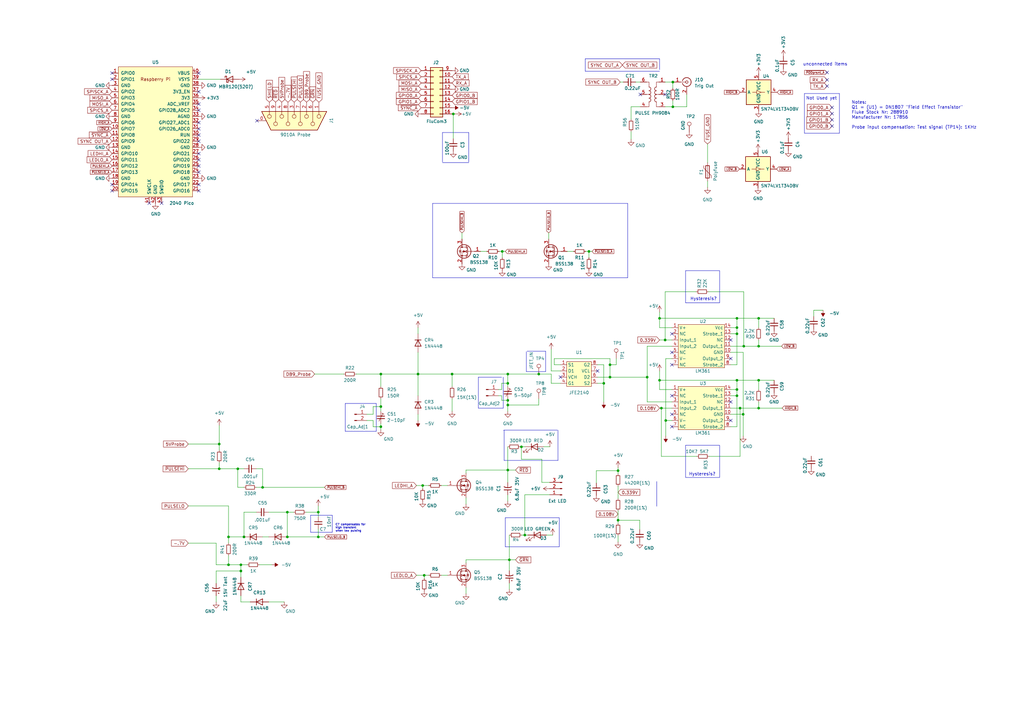
<source format=kicad_sch>
(kicad_sch (version 20231120) (generator "eeschema") (generator_version "8.0")
  (paper "A3")
  (title_block (title "FluCom Probe Addon Board Public V5") (date "2024-03-16") (rev "5.2") (company "Novintic") (comment 3 "mirko (NOVINTIC)"))
  (junction (at 302.26 136.906))
  (junction (at 205.994 103.124))
  (junction (at 213.868 183.261))
  (junction (at 241.554 103.124))
  (junction (at 208.28 166.116))
  (junction (at 208.28 192.786))
  (junction (at 89.916 192.278))
  (junction (at 98.806 234.188))
  (junction (at 270.51 130.556))
  (junction (at 173.355 199.136))
  (junction (at 275.971 43.815))
  (junction (at 247.65 157.226))
  (junction (at 271.272 167.386))
  (junction (at 302.26 134.366))
  (junction (at 185.42 153.416))
  (junction (at 250.19 154.686))
  (junction (at 302.26 162.306))
  (junction (at 303.53 167.386))
  (junction (at 185.928 46.736))
  (junction (at 302.26 130.556))
  (junction (at 304.8 169.926))
  (junction (at 220.98 153.416))
  (junction (at 208.28 164.211))
  (junction (at 208.28 157.226))
  (junction (at 130.556 210.058))
  (junction (at 98.806 231.648))
  (junction (at 311.15 141.986))
  (junction (at 311.15 130.556))
  (junction (at 93.726 231.648))
  (junction (at 250.19 149.606))
  (junction (at 273.05 172.466))
  (junction (at 171.45 153.416))
  (junction (at 156.21 153.416))
  (junction (at 265.43 154.686))
  (junction (at 272.796 139.446))
  (junction (at 208.28 153.416))
  (junction (at 311.15 155.956))
  (junction (at 215.265 219.456))
  (junction (at 302.26 159.766))
  (junction (at 97.536 192.278))
  (junction (at 100.076 220.218))
  (junction (at 253.492 213.36))
  (junction (at 305.054 141.986))
  (junction (at 253.492 193.04))
  (junction (at 208.915 229.616))
  (junction (at 156.21 166.751))
  (junction (at 302.26 155.956))
  (junction (at 270.51 155.956))
  (junction (at 311.15 167.386))
  (junction (at 173.99 235.966))
  (junction (at 156.21 175.006))
  (junction (at 275.971 33.655))
  (junction (at 107.696 199.898))
  (junction (at 117.856 220.218))
  (junction (at 93.726 220.218))
  (junction (at 130.556 220.218))
  (junction (at 89.916 182.118))
  (junction (at 117.856 210.058))
  (no_connect (at 81.534 62.992))
  (no_connect (at 341.249 51.689))
  (no_connect (at 341.249 49.149))
  (no_connect (at 341.249 44.069))
  (no_connect (at 341.249 46.609))
  (no_connect (at 275.59 144.526))
  (no_connect (at 275.59 169.926))
  (no_connect (at 81.534 65.532))
  (no_connect (at 339.217 35.306))
  (no_connect (at 339.217 32.766))
  (no_connect (at 275.59 175.006))
  (no_connect (at 81.534 45.212))
  (no_connect (at 339.217 29.718))
  (no_connect (at 45.974 78.232))
  (no_connect (at 81.534 70.612))
  (no_connect (at 81.534 75.692))
  (no_connect (at 245.11 152.146))
  (no_connect (at 229.87 154.686))
  (no_connect (at 105.41 49.53))
  (no_connect (at 275.59 162.306))
  (no_connect (at 275.59 136.906))
  (no_connect (at 299.72 139.446))
  (no_connect (at 81.534 50.292))
  (no_connect (at 299.72 172.466))
  (no_connect (at 81.534 29.972))
  (no_connect (at 81.534 42.672))
  (no_connect (at 81.534 37.592))
  (no_connect (at 81.534 52.832))
  (no_connect (at 81.534 68.072))
  (no_connect (at 81.534 55.372))
  (no_connect (at 61.214 83.312))
  (no_connect (at 66.294 83.312))
  (no_connect (at 45.974 75.692))
  (no_connect (at 81.534 57.912))
  (no_connect (at 81.534 78.232))
  (no_connect (at 275.59 149.606))
  (no_connect (at 299.72 164.846))
  (no_connect (at 45.974 29.972))
  (no_connect (at 45.974 32.512))
  (no_connect (at 272.796 38.735))
  (no_connect (at 262.636 38.735))
  (no_connect (at 299.72 147.066))
  (polyline (pts (xy 181.483 54.356) (xy 181.483 66.421)))
  (wire (pts (xy 311.15 139.446) (xy 311.15 141.986)))
  (wire (pts (xy 208.915 229.616) (xy 211.455 229.616)))
  (polyline (pts (xy 141.605 165.481) (xy 154.305 165.481)))
  (wire (pts (xy 156.21 166.751) (xy 156.21 168.656)))
  (wire (pts (xy 241.554 103.124) (xy 241.554 105.664)))
  (wire (pts (xy 299.72 136.906) (xy 302.26 136.906)))
  (wire (pts (xy 213.868 183.261) (xy 213.868 188.341)))
  (wire (pts (xy 244.602 193.04) (xy 253.492 193.04)))
  (wire (pts (xy 311.15 130.556) (xy 311.15 134.366)))
  (wire (pts (xy 93.726 220.218) (xy 93.726 222.758)))
  (wire (pts (xy 252.73 147.066) (xy 252.73 149.606)))
  (wire (pts (xy 253.492 191.77) (xy 253.492 193.04)))
  (wire (pts (xy 241.554 103.124) (xy 242.824 103.124)))
  (wire (pts (xy 107.696 220.218) (xy 110.236 220.218)))
  (polyline (pts (xy 216.154 144.018) (xy 223.774 144.018)))
  (wire (pts (xy 285.496 119.634) (xy 272.796 119.634)))
  (wire (pts (xy 285.75 187.198) (xy 271.272 187.198)))
  (wire (pts (xy 227.33 147.066) (xy 227.33 149.606)))
  (wire (pts (xy 232.664 103.124) (xy 235.204 103.124)))
  (wire (pts (xy 102.616 246.888) (xy 98.806 246.888)))
  (polyline (pts (xy 223.774 152.4) (xy 215.9 152.4)))
  (wire (pts (xy 208.28 192.786) (xy 211.455 192.786)))
  (wire (pts (xy 290.83 187.198) (xy 303.53 187.198)))
  (wire (pts (xy 225.044 95.504) (xy 225.044 98.044)))
  (wire (pts (xy 333.756 127.254) (xy 337.566 127.254)))
  (wire (pts (xy 171.45 153.416) (xy 171.45 162.306)))
  (wire (pts (xy 98.806 231.648) (xy 98.806 234.188)))
  (wire (pts (xy 191.135 192.786) (xy 208.28 192.786)))
  (wire (pts (xy 302.26 162.306) (xy 299.72 162.306)))
  (wire (pts (xy 260.731 33.655) (xy 262.636 33.655)))
  (wire (pts (xy 222.25 188.341) (xy 222.25 197.866)))
  (wire (pts (xy 244.602 193.04) (xy 244.602 198.12)))
  (polyline (pts (xy 177.419 83.439) (xy 257.429 83.439)))
  (wire (pts (xy 253.492 213.36) (xy 262.382 213.36)))
  (wire (pts (xy 93.726 227.838) (xy 93.726 231.648)))
  (wire (pts (xy 303.53 187.198) (xy 303.53 167.386)))
  (wire (pts (xy 98.806 246.888) (xy 98.806 244.348)))
  (wire (pts (xy 311.15 155.956) (xy 311.15 159.766)))
  (polyline (pts (xy 228.854 176.403) (xy 228.854 188.849)))
  (wire (pts (xy 185.928 46.736) (xy 186.69 46.736)))
  (wire (pts (xy 208.28 153.416) (xy 208.28 157.226)))
  (wire (pts (xy 153.035 169.926) (xy 153.035 166.751)))
  (wire (pts (xy 98.806 231.648) (xy 101.346 231.648)))
  (wire (pts (xy 270.51 167.386) (xy 271.272 167.386)))
  (wire (pts (xy 229.87 152.146) (xy 226.06 152.146)))
  (wire (pts (xy 208.28 166.116) (xy 208.28 168.656)))
  (polyline (pts (xy 229.362 212.344) (xy 207.264 212.344)))
  (wire (pts (xy 117.856 210.058) (xy 120.396 210.058)))
  (wire (pts (xy 250.19 147.066) (xy 250.19 149.606)))
  (wire (pts (xy 302.26 155.956) (xy 311.15 155.956)))
  (wire (pts (xy 290.576 119.634) (xy 305.054 119.634)))
  (wire (pts (xy 191.135 229.616) (xy 208.915 229.616)))
  (wire (pts (xy 311.15 141.986) (xy 320.548 141.986)))
  (wire (pts (xy 171.45 169.926) (xy 171.45 172.466)))
  (wire (pts (xy 222.25 197.866) (xy 225.425 197.866)))
  (polyline (pts (xy 344.297 54.61) (xy 329.946 54.61)))
  (wire (pts (xy 208.28 166.116) (xy 220.98 166.116)))
  (polyline (pts (xy 127.381 211.328) (xy 136.271 211.328)))
  (wire (pts (xy 189.484 95.504) (xy 189.484 98.044)))
  (wire (pts (xy 146.05 153.416) (xy 156.21 153.416)))
  (wire (pts (xy 304.8 144.526) (xy 304.8 169.926)))
  (wire (pts (xy 273.05 172.466) (xy 273.05 178.816)))
  (wire (pts (xy 245.11 154.686) (xy 250.19 154.686)))
  (wire (pts (xy 253.492 219.71) (xy 253.492 222.25)))
  (polyline (pts (xy 257.429 113.919) (xy 177.419 113.919)))
  (wire (pts (xy 130.556 210.058) (xy 130.556 207.518)))
  (wire (pts (xy 88.646 244.348) (xy 88.646 246.888)))
  (wire (pts (xy 311.15 155.956) (xy 317.5 155.956)))
  (wire (pts (xy 281.686 43.815) (xy 281.686 38.735)))
  (wire (pts (xy 240.284 103.124) (xy 241.554 103.124)))
  (polyline (pts (xy 127.381 211.328) (xy 127.381 218.313)))
  (wire (pts (xy 247.65 157.226) (xy 245.11 157.226)))
  (wire (pts (xy 208.28 153.416) (xy 220.98 153.416)))
  (wire (pts (xy 224.155 219.456) (xy 226.695 219.456)))
  (wire (pts (xy 89.916 189.738) (xy 89.916 192.278)))
  (wire (pts (xy 258.826 43.815) (xy 258.826 48.895)))
  (wire (pts (xy 265.43 164.846) (xy 275.59 164.846)))
  (wire (pts (xy 110.236 246.888) (xy 116.586 246.888)))
  (wire (pts (xy 100.076 199.898) (xy 97.536 199.898)))
  (wire (pts (xy 299.72 144.526) (xy 304.8 144.526)))
  (wire (pts (xy 93.726 207.518) (xy 93.726 220.218)))
  (wire (pts (xy 302.26 130.556) (xy 302.26 134.366)))
  (wire (pts (xy 205.74 164.211) (xy 208.28 164.211)))
  (wire (pts (xy 130.556 220.218) (xy 133.096 220.218)))
  (wire (pts (xy 270.51 155.956) (xy 302.26 155.956)))
  (wire (pts (xy 226.06 153.416) (xy 226.06 157.226)))
  (polyline (pts (xy 207.264 212.344) (xy 207.264 224.282)))
  (wire (pts (xy 205.74 159.766) (xy 205.74 157.226)))
  (wire (pts (xy 250.19 149.606) (xy 250.19 154.686)))
  (wire (pts (xy 272.796 33.655) (xy 275.971 33.655)))
  (wire (pts (xy 275.59 141.986) (xy 265.43 141.986)))
  (wire (pts (xy 185.42 46.736) (xy 185.928 46.736)))
  (polyline (pts (xy 196.215 154.686) (xy 196.215 167.386)))
  (wire (pts (xy 226.06 157.226) (xy 229.87 157.226)))
  (wire (pts (xy 299.72 141.986) (xy 305.054 141.986)))
  (wire (pts (xy 117.856 210.058) (xy 117.856 220.218)))
  (wire (pts (xy 185.42 153.416) (xy 185.42 158.496)))
  (wire (pts (xy 299.72 169.926) (xy 304.8 169.926)))
  (wire (pts (xy 213.36 183.261) (xy 213.868 183.261)))
  (wire (pts (xy 302.26 159.766) (xy 302.26 162.306)))
  (wire (pts (xy 170.815 199.136) (xy 173.355 199.136)))
  (wire (pts (xy 271.272 187.198) (xy 271.272 167.386)))
  (polyline (pts (xy 136.271 211.328) (xy 136.271 218.313)))
  (wire (pts (xy 265.43 154.686) (xy 265.43 164.846)))
  (wire (pts (xy 156.21 163.576) (xy 156.21 166.751)))
  (wire (pts (xy 265.43 141.986) (xy 265.43 154.686)))
  (polyline (pts (xy 154.305 176.911) (xy 141.605 176.911)))
  (wire (pts (xy 150.495 172.466) (xy 153.035 172.466)))
  (polyline (pts (xy 141.605 165.481) (xy 141.605 176.911)))
  (wire (pts (xy 303.53 167.386) (xy 311.15 167.386)))
  (polyline (pts (xy 192.278 54.356) (xy 192.278 66.421)))
  (wire (pts (xy 191.135 229.616) (xy 191.135 230.886)))
  (polyline (pts (xy 206.756 176.403) (xy 206.756 188.849)))
  (wire (pts (xy 204.47 159.766) (xy 205.74 159.766)))
  (wire (pts (xy 223.012 183.261) (xy 225.552 183.261)))
  (wire (pts (xy 88.646 234.188) (xy 88.646 239.268)))
  (polyline (pts (xy 215.9 144.272) (xy 215.9 152.4)))
  (polyline (pts (xy 329.946 38.354) (xy 344.297 38.354)))
  (wire (pts (xy 89.916 174.498) (xy 89.916 182.118)))
  (wire (pts (xy 130.556 210.058) (xy 130.556 211.963)))
  (wire (pts (xy 150.495 169.926) (xy 153.035 169.926)))
  (wire (pts (xy 272.796 43.815) (xy 275.971 43.815)))
  (wire (pts (xy 273.05 172.466) (xy 275.59 172.466)))
  (wire (pts (xy 129.032 153.416) (xy 140.97 153.416)))
  (polyline (pts (xy 206.756 188.849) (xy 228.854 188.849)))
  (wire (pts (xy 205.74 162.306) (xy 205.74 164.211)))
  (wire (pts (xy 208.915 219.456) (xy 208.915 229.616)))
  (wire (pts (xy 272.796 139.446) (xy 275.59 139.446)))
  (wire (pts (xy 275.59 147.066) (xy 273.05 147.066)))
  (polyline (pts (xy 240.03 29.21) (xy 270.51 29.21)))
  (wire (pts (xy 302.26 162.306) (xy 302.26 175.006)))
  (wire (pts (xy 107.696 192.278) (xy 107.696 199.898)))
  (wire (pts (xy 156.21 153.416) (xy 156.21 158.496)))
  (wire (pts (xy 153.035 166.751) (xy 156.21 166.751)))
  (wire (pts (xy 153.035 172.466) (xy 153.035 175.006)))
  (wire (pts (xy 302.26 130.556) (xy 311.15 130.556)))
  (wire (pts (xy 208.28 163.576) (xy 208.28 164.211)))
  (wire (pts (xy 302.26 149.606) (xy 302.26 136.906)))
  (wire (pts (xy 205.74 157.226) (xy 208.28 157.226)))
  (wire (pts (xy 227.33 149.606) (xy 229.87 149.606)))
  (wire (pts (xy 117.856 220.218) (xy 130.556 220.218)))
  (wire (pts (xy 208.915 239.141) (xy 208.915 241.681)))
  (wire (pts (xy 299.72 175.006) (xy 302.26 175.006)))
  (wire (pts (xy 247.65 157.226) (xy 247.65 164.846)))
  (wire (pts (xy 258.826 43.815) (xy 262.636 43.815)))
  (wire (pts (xy 253.492 213.36) (xy 253.492 214.63)))
  (wire (pts (xy 191.135 194.056) (xy 191.135 192.786)))
  (polyline (pts (xy 192.278 66.675) (xy 181.483 66.675)))
  (wire (pts (xy 226.06 143.256) (xy 226.06 152.146)))
  (wire (pts (xy 213.995 219.456) (xy 215.265 219.456)))
  (wire (pts (xy 270.51 152.146) (xy 270.51 155.956)))
  (wire (pts (xy 77.216 192.278) (xy 89.916 192.278)))
  (wire (pts (xy 213.868 183.261) (xy 215.392 183.261)))
  (polyline (pts (xy 223.774 144.018) (xy 223.774 152.4)))
  (wire (pts (xy 130.556 217.043) (xy 130.556 220.218)))
  (polyline (pts (xy 228.6 176.403) (xy 206.756 176.403)))
  (wire (pts (xy 208.915 229.616) (xy 208.915 234.061)))
  (wire (pts (xy 105.156 192.278) (xy 107.696 192.278)))
  (wire (pts (xy 205.994 103.124) (xy 207.264 103.124)))
  (polyline (pts (xy 206.375 154.686) (xy 206.375 167.386)))
  (wire (pts (xy 204.724 103.124) (xy 205.994 103.124)))
  (wire (pts (xy 93.726 231.648) (xy 98.806 231.648)))
  (wire (pts (xy 290.195 74.295) (xy 290.195 76.835)))
  (wire (pts (xy 208.28 183.261) (xy 208.28 192.786)))
  (wire (pts (xy 171.45 134.366) (xy 171.45 136.906)))
  (wire (pts (xy 105.156 210.058) (xy 100.076 210.058)))
  (wire (pts (xy 170.815 235.966) (xy 173.99 235.966)))
  (wire (pts (xy 270.51 139.446) (xy 272.796 139.446)))
  (wire (pts (xy 245.11 149.606) (xy 247.65 149.606)))
  (wire (pts (xy 215.265 202.946) (xy 215.265 219.456)))
  (wire (pts (xy 110.236 210.058) (xy 117.856 210.058)))
  (wire (pts (xy 98.806 234.188) (xy 88.646 234.188)))
  (wire (pts (xy 98.806 234.188) (xy 98.806 236.728)))
  (wire (pts (xy 156.21 153.416) (xy 171.45 153.416)))
  (wire (pts (xy 208.28 202.946) (xy 208.28 205.486)))
  (wire (pts (xy 197.104 103.124) (xy 199.644 103.124)))
  (wire (pts (xy 156.21 173.736) (xy 156.21 175.006)))
  (wire (pts (xy 270.51 159.766) (xy 275.59 159.766)))
  (polyline (pts (xy 136.271 218.313) (xy 127.381 218.313)))
  (wire (pts (xy 180.975 235.966) (xy 183.515 235.966)))
  (wire (pts (xy 173.355 199.136) (xy 173.355 200.406)))
  (wire (pts (xy 247.65 149.606) (xy 247.65 157.226)))
  (wire (pts (xy 185.928 46.736) (xy 185.928 56.896)))
  (wire (pts (xy 290.195 59.055) (xy 290.195 66.675)))
  (wire (pts (xy 180.975 199.136) (xy 183.515 199.136)))
  (wire (pts (xy 185.42 153.416) (xy 208.28 153.416)))
  (wire (pts (xy 272.796 119.634) (xy 272.796 139.446)))
  (wire (pts (xy 253.492 193.04) (xy 253.492 194.31)))
  (wire (pts (xy 205.994 103.124) (xy 205.994 105.664)))
  (wire (pts (xy 262.382 213.36) (xy 262.382 217.17)))
  (wire (pts (xy 213.868 188.341) (xy 222.25 188.341)))
  (wire (pts (xy 302.26 136.906) (xy 302.26 134.366)))
  (wire (pts (xy 253.492 209.55) (xy 253.492 213.36)))
  (wire (pts (xy 270.51 128.016) (xy 270.51 130.556)))
  (wire (pts (xy 270.51 130.556) (xy 302.26 130.556)))
  (polyline (pts (xy 344.297 38.354) (xy 344.297 54.61)))
  (wire (pts (xy 333.756 129.794) (xy 333.756 127.254)))
  (wire (pts (xy 299.72 167.386) (xy 303.53 167.386)))
  (wire (pts (xy 227.33 147.066) (xy 250.19 147.066)))
  (wire (pts (xy 270.51 130.556) (xy 270.51 134.366)))
  (wire (pts (xy 311.15 164.846) (xy 311.15 167.386)))
  (wire (pts (xy 208.28 192.786) (xy 208.28 197.866)))
  (wire (pts (xy 77.216 222.758) (xy 88.646 222.758)))
  (wire (pts (xy 275.971 43.815) (xy 281.686 43.815)))
  (wire (pts (xy 204.47 162.306) (xy 205.74 162.306)))
  (polyline (pts (xy 329.946 38.354) (xy 329.946 54.61)))
  (wire (pts (xy 88.646 231.648) (xy 93.726 231.648)))
  (wire (pts (xy 302.26 159.766) (xy 299.72 159.766)))
  (wire (pts (xy 275.971 33.655) (xy 275.971 36.195)))
  (wire (pts (xy 185.42 163.576) (xy 185.42 168.656)))
  (wire (pts (xy 253.492 199.39) (xy 253.492 204.47)))
  (wire (pts (xy 305.054 141.986) (xy 311.15 141.986)))
  (wire (pts (xy 302.26 155.956) (xy 302.26 159.766)))
  (wire (pts (xy 270.51 155.956) (xy 270.51 159.766)))
  (wire (pts (xy 191.135 241.046) (xy 191.135 243.459)))
  (wire (pts (xy 77.216 207.518) (xy 93.726 207.518)))
  (wire (pts (xy 77.216 182.118) (xy 89.916 182.118)))
  (wire (pts (xy 302.26 134.366) (xy 299.72 134.366)))
  (wire (pts (xy 107.696 199.898) (xy 133.096 199.898)))
  (wire (pts (xy 97.536 199.898) (xy 97.536 192.278)))
  (wire (pts (xy 89.916 182.118) (xy 89.916 184.658)))
  (polyline (pts (xy 270.51 24.13) (xy 240.03 24.13)))
  (wire (pts (xy 275.971 41.275) (xy 275.971 43.815)))
  (wire (pts (xy 265.43 154.686) (xy 250.19 154.686)))
  (wire (pts (xy 81.534 32.512) (xy 90.424 32.512)))
  (wire (pts (xy 100.076 210.058) (xy 100.076 220.218)))
  (wire (pts (xy 273.05 147.066) (xy 273.05 172.466)))
  (wire (pts (xy 173.99 235.966) (xy 175.895 235.966)))
  (wire (pts (xy 88.646 222.758) (xy 88.646 231.648)))
  (wire (pts (xy 250.19 149.606) (xy 252.73 149.606)))
  (wire (pts (xy 191.135 204.216) (xy 191.135 206.756)))
  (wire (pts (xy 156.21 175.006) (xy 156.21 176.276)))
  (polyline (pts (xy 177.419 83.439) (xy 177.419 113.919)))
  (wire (pts (xy 97.536 192.278) (xy 100.076 192.278)))
  (polyline (pts (xy 240.03 24.13) (xy 240.03 29.21)))
  (wire (pts (xy 299.72 149.606) (xy 302.26 149.606)))
  (wire (pts (xy 311.15 130.556) (xy 317.5 130.556)))
  (polyline (pts (xy 207.264 224.282) (xy 229.362 224.282)))
  (wire (pts (xy 173.99 235.966) (xy 173.99 237.236)))
  (wire (pts (xy 89.916 192.278) (xy 97.536 192.278)))
  (polyline (pts (xy 205.74 154.686) (xy 196.215 154.686)))
  (wire (pts (xy 173.355 199.136) (xy 175.895 199.136)))
  (wire (pts (xy 271.272 167.386) (xy 275.59 167.386)))
  (polyline (pts (xy 206.502 176.53) (xy 206.629 176.53)))
  (wire (pts (xy 225.425 202.946) (xy 215.265 202.946)))
  (wire (pts (xy 275.971 33.655) (xy 276.606 33.655)))
  (wire (pts (xy 215.265 219.456) (xy 216.535 219.456)))
  (wire (pts (xy 153.035 175.006) (xy 156.21 175.006)))
  (wire (pts (xy 258.826 53.975) (xy 258.826 57.15)))
  (polyline (pts (xy 229.362 212.344) (xy 229.362 224.282)))
  (wire (pts (xy 220.98 166.116) (xy 220.98 163.576)))
  (wire (pts (xy 311.15 167.386) (xy 320.802 167.386)))
  (wire (pts (xy 270.51 134.366) (xy 275.59 134.366)))
  (wire (pts (xy 220.98 153.416) (xy 226.06 153.416)))
  (wire (pts (xy 106.426 231.648) (xy 111.506 231.648)))
  (wire (pts (xy 171.45 153.416) (xy 185.42 153.416)))
  (wire (pts (xy 125.476 210.058) (xy 130.556 210.058)))
  (polyline (pts (xy 269.367 197.485) (xy 269.367 207.645)))
  (polyline (pts (xy 154.305 165.481) (xy 154.305 176.911)))
  (wire (pts (xy 171.45 144.526) (xy 171.45 153.416)))
  (wire (pts (xy 305.054 119.634) (xy 305.054 141.986)))
  (polyline (pts (xy 196.215 167.386) (xy 206.375 167.386)))
  (polyline (pts (xy 181.483 54.356) (xy 192.278 54.356)))
  (wire (pts (xy 304.8 169.926) (xy 304.8 178.816)))
  (polyline (pts (xy 257.429 83.439) (xy 257.429 113.919)))
  (polyline (pts (xy 270.51 28.575) (xy 270.51 24.13)))
  (wire (pts (xy 93.726 220.218) (xy 100.076 220.218)))
  (wire (pts (xy 208.28 157.226) (xy 208.28 158.496)))
  (wire (pts (xy 254.381 33.655) (xy 255.651 33.655)))
  (wire (pts (xy 208.28 164.211) (xy 208.28 166.116)))
  (wire (pts (xy 105.156 199.898) (xy 107.696 199.898)))
  (rectangle (start 281.178 110.998) (end 295.148 124.206))
  (rectangle (start 281.178 182.626) (end 295.148 195.834))
  (text "Hysteresis?" (at 288.544 122.682 0) (effects (font (size 1.27 1.27))))
  (text "C7 compensates for \nhigh transient \nwhen low pulsing" (at 137.541 218.313 0) (effects (font (size 0.8 0.8)) (justify left bottom)))
  (text "unconnected items" (at 329.311 27.178 0) (effects (font (size 1.27 1.27)) (justify left bottom)))
  (text "Hysteresis?" (at 288.036 194.564 0) (effects (font (size 1.27 1.27))))
  (text "Notes:\nQ1 = (U1) = DN1807 \"Field Effect Transistor\"\nFluke Stock Nr: 288910\nManufacturer Nr: 17856\n\nProbe input compensation: Test signal (TP14): 1KHz" (at 349.25 53.086 0) (effects (font (size 1.27 1.27)) (justify left bottom)))
  (text "Not Used yet" (at 330.581 41.148 0) (effects (font (size 1.27 1.27)) (justify left bottom)))
  (global_label "SHIELD" (shape input) (at 110.49 41.91 90) (property "Intersheetrefs" "${INTERSHEET_REFS}" (effects (hide yes))))
  (global_label "~{GRN}" (shape input) (at 211.455 229.616 0) (property "Intersheetrefs" "${INTERSHEET_REFS}" (effects (hide yes))))
  (global_label "~{HIGH_A}" (shape input) (at 45.974 50.292 180) (effects (font (size 0.889 0.889))) (property "Intersheetrefs" "${INTERSHEET_REFS}" (effects (hide yes))))
  (global_label "TX_A" (shape input) (at 339.217 35.306 180) (property "Intersheetrefs" "${INTERSHEET_REFS}" (effects (hide yes))))
  (global_label "DB9_Probe" (shape input) (at 125.73 41.91 90) (property "Intersheetrefs" "${INTERSHEET_REFS}" (effects (hide yes))))
  (global_label "SYNC OUT_B" (shape input) (at 255.27 26.67 0) (property "Intersheetrefs" "${INTERSHEET_REFS}" (effects (hide yes))))
  (global_label "PULSELO_B" (shape input) (at 225.044 95.504 90) (effects (font (size 0.889 0.889))) (property "Intersheetrefs" "${INTERSHEET_REFS}" (effects (hide yes))))
  (global_label "~{PULSEHI}" (shape input) (at 77.216 192.278 180) (property "Intersheetrefs" "${INTERSHEET_REFS}" (effects (hide yes))))
  (global_label "~{PULSEHI}" (shape input) (at 120.65 41.91 90) (property "Intersheetrefs" "${INTERSHEET_REFS}" (effects (hide yes))))
  (global_label "~{RED}" (shape input) (at 211.455 192.786 0) (property "Intersheetrefs" "${INTERSHEET_REFS}" (effects (hide yes))))
  (global_label "~{RED}" (shape input) (at 113.03 41.91 90) (property "Intersheetrefs" "${INTERSHEET_REFS}" (effects (hide yes))))
  (global_label "~{HIGH_B}" (shape input) (at 320.802 167.386 0) (effects (font (size 0.889 0.889))) (property "Intersheetrefs" "${INTERSHEET_REFS}" (effects (hide yes))))
  (global_label "0.108V" (shape input) (at 253.492 210.82 180) (property "Intersheetrefs" "${INTERSHEET_REFS}" (effects (hide yes))))
  (global_label "DB9_Probe" (shape input) (at 129.032 153.416 180) (property "Intersheetrefs" "${INTERSHEET_REFS}" (effects (hide yes))))
  (global_label "MOSI_A" (shape input) (at 172.72 34.036 180) (property "Intersheetrefs" "${INTERSHEET_REFS}" (effects (hide yes))))
  (global_label "GPIO1_B" (shape input) (at 185.42 41.656 0) (property "Intersheetrefs" "${INTERSHEET_REFS}" (effects (hide yes))))
  (global_label "5VProbe" (shape input) (at 77.216 182.118 180) (property "Intersheetrefs" "${INTERSHEET_REFS}" (effects (hide yes))))
  (global_label "~{LOW_B}" (shape input) (at 320.548 141.986 0) (effects (font (size 0.889 0.889))) (property "Intersheetrefs" "${INTERSHEET_REFS}" (effects (hide yes))))
  (global_label "~{HIGH_B}" (shape input) (at 303.53 37.846 180) (effects (font (size 0.889 0.889))) (property "Intersheetrefs" "${INTERSHEET_REFS}" (effects (hide yes))))
  (global_label "~{SYNC_A}" (shape input) (at 45.974 55.372 180) (property "Intersheetrefs" "${INTERSHEET_REFS}" (effects (hide yes))))
  (global_label "LEDHI_A" (shape input) (at 45.974 62.992 180) (property "Intersheetrefs" "${INTERSHEET_REFS}" (effects (hide yes))))
  (global_label "GPIO0_A" (shape input) (at 172.72 39.116 180) (property "Intersheetrefs" "${INTERSHEET_REFS}" (effects (hide yes))))
  (global_label "SPISCK_A" (shape input) (at 172.72 28.956 180) (property "Intersheetrefs" "${INTERSHEET_REFS}" (effects (hide yes))))
  (global_label "GPIO0_B" (shape input) (at 341.249 51.689 180) (property "Intersheetrefs" "${INTERSHEET_REFS}" (effects (hide yes))))
  (global_label "~{GRN}" (shape input) (at 128.27 41.91 90) (property "Intersheetrefs" "${INTERSHEET_REFS}" (effects (hide yes))))
  (global_label "SPICS_A" (shape input) (at 45.974 45.212 180) (property "Intersheetrefs" "${INTERSHEET_REFS}" (effects (hide yes))))
  (global_label "FUSE_GND" (shape input) (at 290.195 59.055 90) (property "Intersheetrefs" "${INTERSHEET_REFS}" (effects (hide yes))))
  (global_label "~{PODprsnt_A}" (shape input) (at 339.217 29.718 180) (effects (font (size 0.889 0.889))) (property "Intersheetrefs" "${INTERSHEET_REFS}" (effects (hide yes))))
  (global_label "LEDLO_A" (shape input) (at 170.815 235.966 180) (property "Intersheetrefs" "${INTERSHEET_REFS}" (effects (hide yes))))
  (global_label "SYNC OUT_B" (shape input) (at 254.381 33.655 180) (property "Intersheetrefs" "${INTERSHEET_REFS}" (effects (hide yes))))
  (global_label "MOSI_A" (shape input) (at 45.974 42.672 180) (property "Intersheetrefs" "${INTERSHEET_REFS}" (effects (hide yes))))
  (global_label "~{LOW_A}" (shape input) (at 45.974 52.832 180) (effects (font (size 0.889 0.889))) (property "Intersheetrefs" "${INTERSHEET_REFS}" (effects (hide yes))))
  (global_label "LEDLO_A" (shape input) (at 45.974 65.532 180) (property "Intersheetrefs" "${INTERSHEET_REFS}" (effects (hide yes))))
  (global_label "GPIO1_A" (shape input) (at 341.249 46.609 180) (property "Intersheetrefs" "${INTERSHEET_REFS}" (effects (hide yes))))
  (global_label "RX_A" (shape input) (at 339.217 32.766 180) (property "Intersheetrefs" "${INTERSHEET_REFS}" (effects (hide yes))))
  (global_label "~{LOW_A}" (shape input) (at 318.516 69.342 0) (effects (font (size 0.889 0.889))) (property "Intersheetrefs" "${INTERSHEET_REFS}" (effects (hide yes))))
  (global_label "MISO_A" (shape input) (at 172.72 36.576 180) (property "Intersheetrefs" "${INTERSHEET_REFS}" (effects (hide yes))))
  (global_label "GPIO1_A" (shape input) (at 172.72 41.656 180) (property "Intersheetrefs" "${INTERSHEET_REFS}" (effects (hide yes))))
  (global_label "PULSELO_B" (shape input) (at 133.096 220.218 0) (effects (font (size 0.889 0.889))) (property "Intersheetrefs" "${INTERSHEET_REFS}" (effects (hide yes))))
  (global_label "GPIO1_B" (shape input) (at 341.249 49.149 180) (property "Intersheetrefs" "${INTERSHEET_REFS}" (effects (hide yes))))
  (global_label "~{LOW_B}" (shape input) (at 303.276 69.342 180) (effects (font (size 0.889 0.889))) (property "Intersheetrefs" "${INTERSHEET_REFS}" (effects (hide yes))))
  (global_label "~{PULSEHI_B}" (shape input) (at 189.484 95.504 90) (effects (font (size 0.889 0.889))) (property "Intersheetrefs" "${INTERSHEET_REFS}" (effects (hide yes))))
  (global_label "TX_A" (shape input) (at 185.42 31.496 0) (property "Intersheetrefs" "${INTERSHEET_REFS}" (effects (hide yes))))
  (global_label "-.7V" (shape input) (at 77.216 222.758 180) (property "Intersheetrefs" "${INTERSHEET_REFS}" (effects (hide yes))))
  (global_label "PULSELO" (shape input) (at 77.216 207.518 180) (property "Intersheetrefs" "${INTERSHEET_REFS}" (effects (hide yes))))
  (global_label "GPIO0_B" (shape input) (at 185.42 39.116 0) (property "Intersheetrefs" "${INTERSHEET_REFS}" (effects (hide yes))))
  (global_label "~{PULSELO_A}" (shape input) (at 45.974 70.612 180) (effects (font (size 0.889 0.889))) (property "Intersheetrefs" "${INTERSHEET_REFS}" (effects (hide yes))))
  (global_label "FUSE_GND" (shape input) (at 130.81 41.91 90) (property "Intersheetrefs" "${INTERSHEET_REFS}" (effects (hide yes))))
  (global_label "0.339V" (shape input) (at 253.492 201.93 0) (property "Intersheetrefs" "${INTERSHEET_REFS}" (effects (hide yes))))
  (global_label "0.339V" (shape input) (at 270.51 139.446 180) (property "Intersheetrefs" "${INTERSHEET_REFS}" (effects (hide yes))))
  (global_label "SPICS_A" (shape input) (at 172.72 31.496 180) (property "Intersheetrefs" "${INTERSHEET_REFS}" (effects (hide yes))))
  (global_label "0.108V" (shape input) (at 270.51 167.386 180) (property "Intersheetrefs" "${INTERSHEET_REFS}" (effects (hide yes))))
  (global_label "PULSELO" (shape input) (at 123.19 41.91 90) (property "Intersheetrefs" "${INTERSHEET_REFS}" (effects (hide yes))))
  (global_label "~{PULSELO_A}" (shape input) (at 242.824 103.124 0) (effects (font (size 0.889 0.889))) (property "Intersheetrefs" "${INTERSHEET_REFS}" (effects (hide yes))))
  (global_label "GPIO0_A" (shape input) (at 341.249 44.069 180) (property "Intersheetrefs" "${INTERSHEET_REFS}" (effects (hide yes))))
  (global_label "~{HIGH_A}" (shape input) (at 318.77 37.846 0) (effects (font (size 0.889 0.889))) (property "Intersheetrefs" "${INTERSHEET_REFS}" (effects (hide yes))))
  (global_label "MISO_A" (shape input) (at 45.974 40.132 180) (property "Intersheetrefs" "${INTERSHEET_REFS}" (effects (hide yes))))
  (global_label "SPISCK_A" (shape input) (at 45.974 37.592 180) (property "Intersheetrefs" "${INTERSHEET_REFS}" (effects (hide yes))))
  (global_label "~{PULSEHI_B}" (shape input) (at 133.096 199.898 0) (effects (font (size 0.889 0.889))) (property "Intersheetrefs" "${INTERSHEET_REFS}" (effects (hide yes))))
  (global_label "PULSEHI_A" (shape input) (at 45.974 68.072 180) (effects (font (size 0.889 0.889))) (property "Intersheetrefs" "${INTERSHEET_REFS}" (effects (hide yes))))
  (global_label "PULSEHI_A" (shape input) (at 207.264 103.124 0) (effects (font (size 0.889 0.889))) (property "Intersheetrefs" "${INTERSHEET_REFS}" (effects (hide yes))))
  (global_label "SYNC OUT_A" (shape input) (at 45.974 57.912 180) (property "Intersheetrefs" "${INTERSHEET_REFS}" (effects (hide yes))))
  (global_label "-.7V" (shape input) (at 118.11 41.91 90) (property "Intersheetrefs" "${INTERSHEET_REFS}" (effects (hide yes))))
  (global_label "~{SYNC_A}" (shape input) (at 172.72 44.196 180) (property "Intersheetrefs" "${INTERSHEET_REFS}" (effects (hide yes))))
  (global_label "SYNC OUT_A" (shape input) (at 255.27 26.67 180) (property "Intersheetrefs" "${INTERSHEET_REFS}" (effects (hide yes))))
  (global_label "RX_A" (shape input) (at 185.42 34.036 0) (property "Intersheetrefs" "${INTERSHEET_REFS}" (effects (hide yes))))
  (global_label "LEDHI_A" (shape input) (at 170.815 199.136 180) (property "Intersheetrefs" "${INTERSHEET_REFS}" (effects (hide yes))))
  (global_label "5VProbe" (shape input) (at 115.57 41.91 90) (property "Intersheetrefs" "${INTERSHEET_REFS}" (effects (hide yes))))
  (symbol (lib_id "Diode:MBR0520") (at 94.234 32.512 0) (unit 1)
    (property "Reference" "D1" (at 93.599 29.337 0))
    (property "Value" "MBR120(520?)" (at 96.774 35.56 0))
    (property "Footprint" "Diode_SMD:Nexperia_CFP3_SOD-123W" (effects (hide yes)))
    (property "Datasheet" "http://www.mccsemi.com/up_pdf/MBR0520~MBR0580(SOD123).pdf" (effects (hide yes)))
    (property "LCSC" "C130880" (effects (hide yes)))
  )
  (symbol (lib_id "power:GND") (at 208.28 205.486 0) (unit 1)
    (property "Reference" "#PWR0156" (effects (hide yes)))
    (property "Value" "GND" (at 205.74 209.296 0))
  )
  (symbol (lib_id "power:GND") (at 156.21 176.276 0) (unit 1)
    (property "Reference" "#PWR0131" (effects (hide yes)))
    (property "Value" "GND" (at 159.385 180.086 0))
  )
  (symbol (lib_id "power:-5V") (at 247.65 164.846 180) (unit 1)
    (property "Reference" "#PWR0103" (effects (hide yes)))
    (property "Value" "-5V" (at 250.19 166.1159 0) (effects (justify right)))
  )
  (symbol (lib_id "power:GND") (at 290.195 76.835 0) (unit 1)
    (property "Reference" "#PWR0109" (effects (hide yes)))
    (property "Value" "GND" (at 290.195 81.915 0))
  )
  (symbol (lib_id "Connector:TestPoint") (at 220.98 153.416 0) (unit 1)
    (property "Reference" "TP4" (at 219.71 147.066 0) (effects (justify left)))
    (property "Value" "JFET_IN" (at 217.932 151.638 90) (effects (justify left)))
    (property "Footprint" "Connector_PinHeader_2.54mm:PinHeader_1x01_P2.54mm_Vertical" (effects (hide yes)))
  )
  (symbol (lib_id "Device:R_Small") (at 102.616 199.898 90) (unit 1)
    (property "Reference" "R24" (at 102.616 197.993 90))
    (property "Value" "330R" (at 102.616 202.438 90))
    (property "Footprint" "Resistor_SMD:R_0805_2012Metric_Pad1.20x1.40mm_HandSolder" (effects (hide yes)))
    (property "LCSC" "C328393" (effects (hide yes)))
  )
  (symbol (lib_name "LM361_1") (lib_id "FluCom Probe PCB:LM361") (at 288.29 167.386 0) (unit 1)
    (property "Reference" "U3" (at 288.29 157.226 0))
    (property "Value" "LM361" (at 288.29 177.546 0))
    (property "Footprint" "Package_SO:SOIC-14_3.9x8.7mm_P1.27mm" (effects (hide yes)))
    (property "LCSC" "C2868536" (effects (hide yes)))
  )
  (symbol (lib_id "power:GND") (at 241.554 110.744 0) (unit 1)
    (property "Reference" "#PWR09" (effects (hide yes)))
    (property "Value" "GND" (at 245.364 112.649 0))
  )
  (symbol (lib_id "Device:LED") (at 220.345 219.456 0) (unit 1)
    (property "Reference" "D3" (at 222.885 220.726 0))
    (property "Value" "LED GREEN" (at 220.472 216.916 0))
    (property "Footprint" "LED_SMD:LED_0805_2012Metric_Pad1.15x1.40mm_HandSolder" (effects (hide yes)))
    (property "LCSC" "C2297" (effects (hide yes)))
  )
  (symbol (lib_id "power:GND") (at 258.826 57.15 0) (unit 1)
    (property "Reference" "#PWR0124" (effects (hide yes)))
    (property "Value" "GND" (at 262.636 59.69 0))
  )
  (symbol (lib_id "power:GND") (at 262.382 222.25 0) (unit 1)
    (property "Reference" "#PWR0114" (effects (hide yes)))
    (property "Value" "GND" (at 266.192 224.79 0))
  )
  (symbol (lib_id "Device:R_Small") (at 311.15 162.306 180) (unit 1)
    (property "Reference" "R31" (at 309.6514 163.4744 0) (effects (justify left)))
    (property "Value" "2.2K" (at 309.6514 161.163 0) (effects (justify left)))
    (property "Footprint" "Resistor_SMD:R_0805_2012Metric_Pad1.20x1.40mm_HandSolder" (effects (hide yes)))
    (property "LCSC" "C163972" (effects (hide yes)))
  )
  (symbol (lib_id "Device:R_Small") (at 288.036 119.634 90) (unit 1)
    (property "Reference" "R32" (at 286.8676 118.1354 0) (effects (justify left)))
    (property "Value" "22K" (at 289.179 118.1354 0) (effects (justify left)))
    (property "Footprint" "Resistor_SMD:R_0805_2012Metric_Pad1.20x1.40mm_HandSolder" (effects (hide yes)))
  )
  (symbol (lib_id "power:GND") (at 81.534 47.752 90) (unit 1)
    (property "Reference" "#PWR0157" (effects (hide yes)))
    (property "Value" "GND" (at 84.709 47.7519 90) (effects (justify right)))
  )
  (symbol (lib_id "power:GND") (at 208.915 241.681 0) (unit 1)
    (property "Reference" "#PWR0139" (effects (hide yes)))
    (property "Value" "GND" (at 206.375 245.491 0))
  )
  (symbol (lib_id "Connector_Generic:Conn_02x08_Top_Bottom") (at 177.8 36.576 0) (unit 1)
    (property "Reference" "J2" (at 178.816 25.654 0))
    (property "Value" "FluCom3" (at 179.07 49.784 0))
    (property "Footprint" "Connector_PinHeader_2.54mm:PinHeader_2x08_P2.54mm_Vertical" (effects (hide yes)))
  )
  (symbol (lib_id "Device:R_Small") (at 103.886 231.648 270) (unit 1)
    (property "Reference" "R39" (at 103.886 229.108 90))
    (property "Value" "1K" (at 103.886 234.188 90))
    (property "Footprint" "Resistor_SMD:R_0805_2012Metric_Pad1.20x1.40mm_HandSolder" (effects (hide yes)))
    (property "LCSC" "C115316" (effects (hide yes)))
  )
  (symbol (lib_id "Device:R_Small") (at 178.435 199.136 270) (unit 1)
    (property "Reference" "R5" (at 178.435 196.596 90))
    (property "Value" "1K" (at 178.435 201.676 90))
    (property "Footprint" "Resistor_SMD:R_0805_2012Metric_Pad1.20x1.40mm_HandSolder" (effects (hide yes)))
    (property "LCSC" "C115316" (effects (hide yes)))
  )
  (symbol (lib_id "Device:R_Small") (at 205.994 108.204 0) (unit 1)
    (property "Reference" "R13" (at 208.534 106.299 90) (effects (justify right)))
    (property "Value" "10K" (at 203.454 106.934 90) (effects (justify right)))
    (property "Footprint" "Resistor_SMD:R_0805_2012Metric_Pad1.20x1.40mm_HandSolder" (effects (hide yes)))
    (property "LCSC" "C510098" (effects (hide yes)))
  )
  (symbol (lib_id "Device:R_Small") (at 178.435 235.966 270) (unit 1)
    (property "Reference" "R6" (at 178.435 233.426 90))
    (property "Value" "1K" (at 178.435 239.776 90))
    (property "Footprint" "Resistor_SMD:R_0805_2012Metric_Pad1.20x1.40mm_HandSolder" (effects (hide yes)))
    (property "LCSC" "C115316" (effects (hide yes)))
  )
  (symbol (lib_id "Device:R_Small") (at 122.936 210.058 90) (unit 1)
    (property "Reference" "R38" (at 122.936 207.518 90))
    (property "Value" "750R" (at 122.936 212.598 90))
    (property "Footprint" "Resistor_SMD:R_0805_2012Metric_Pad1.20x1.40mm_HandSolder" (effects (hide yes)))
    (property "LCSC" "C416169" (effects (hide yes)))
  )
  (symbol (lib_id "FluCom Probe PCB:LM361") (at 288.29 141.986 0) (unit 1)
    (property "Reference" "U2" (at 288.29 131.826 0))
    (property "Value" "LM361" (at 288.29 152.146 0))
    (property "Footprint" "Package_SO:SOIC-14_3.9x8.7mm_P1.27mm" (effects (hide yes)))
    (property "LCSC" "C2868536" (effects (hide yes)))
  )
  (symbol (lib_id "Connector:Conn_Coaxial") (at 281.686 33.655 0) (unit 1)
    (property "Reference" "J10" (at 284.861 32.6781 0) (effects (justify left)))
    (property "Value" "Trig Out" (at 284.861 35.2181 0) (effects (justify left)))
    (property "Footprint" "Connector_Coaxial:BNC_Amphenol_B6252HB-NPP3G-50_Horizontal" (effects (hide yes)))
    (property "Datasheet" " ~" (effects (hide yes)))
  )
  (symbol (lib_id "Device:C_Small") (at 185.928 59.436 180) (unit 1)
    (property "Reference" "C3" (at 189.738 59.436 90))
    (property "Value" "100uF" (at 183.388 60.706 90))
    (property "Footprint" "Capacitor_THT:CP_Radial_D5.0mm_P2.50mm" (effects (hide yes)))
  )
  (symbol (lib_id "Connector:TestPoint") (at 282.702 54.102 0) (unit 1)
    (property "Reference" "TP2" (at 281.432 47.752 0) (effects (justify left)))
    (property "Value" "GND" (at 280.162 53.467 90) (effects (justify left)))
    (property "Footprint" "Connector_PinHeader_2.54mm:PinHeader_1x01_P2.54mm_Vertical" (effects (hide yes)))
  )
  (symbol (lib_id "Device:C_Polarized_Small_US") (at 208.28 200.406 180) (unit 1)
    (property "Reference" "C1" (at 204.47 201.676 90) (effects (justify right)))
    (property "Value" "6.8uF 35V" (at 212.09 205.486 90) (effects (justify right)))
    (property "Footprint" "Capacitor_SMD:C_0805_2012Metric_Pad1.18x1.45mm_HandSolder" (effects (hide yes)))
    (property "LCSC" "C5139488" (effects (hide yes)))
  )
  (symbol (lib_id "Device:R_Small") (at 253.492 196.85 180) (unit 1)
    (property "Reference" "R27" (at 256.032 195.5799 0) (effects (justify right)))
    (property "Value" "4420R(1%)" (at 256.032 198.1199 0) (effects (justify right)))
    (property "Footprint" "Resistor_SMD:R_0805_2012Metric_Pad1.20x1.40mm_HandSolder" (effects (hide yes)))
    (property "LCSC" "C185701" (effects (hide yes)))
  )
  (symbol (lib_id "power:GND") (at 304.8 178.816 0) (unit 1)
    (property "Reference" "#PWR0163" (effects (hide yes)))
    (property "Value" "GND" (at 306.578 183.134 0))
  )
  (symbol (lib_id "FluCom Probe PCB:JFE2140") (at 237.49 153.416 0) (unit 1)
    (property "Reference" "U1" (at 237.49 144.526 0))
    (property "Value" "JFE2140" (at 237.49 161.036 0))
    (property "Footprint" "Package_SO:SOIC-8_3.9x4.9mm_P1.27mm" (effects (hide yes)))
    (property "LCSC" "C2915160" (effects (hide yes)))
  )
  (symbol (lib_id "power:GND") (at 191.135 243.459 0) (unit 1)
    (property "Reference" "#PWR0154" (effects (hide yes)))
    (property "Value" "GND" (at 188.595 247.269 0))
  )
  (symbol (lib_id "power:GND") (at 173.99 242.316 0) (unit 1)
    (property "Reference" "#PWR011" (effects (hide yes)))
    (property "Value" "GND" (at 177.8 244.221 0))
  )
  (symbol (lib_id "Device:LED") (at 219.202 183.261 0) (unit 1)
    (property "Reference" "D2" (at 221.742 184.531 0))
    (property "Value" "LED RED" (at 218.567 180.721 0))
    (property "Footprint" "LED_SMD:LED_0805_2012Metric_Pad1.15x1.40mm_HandSolder" (effects (hide yes)))
    (property "LCSC" "C94741" (effects (hide yes)))
  )
  (symbol (lib_id "Device:C_Small") (at 332.74 189.611 180) (unit 1)
    (property "Reference" "C61" (at 336.55 189.611 90))
    (property "Value" "0.22uF" (at 330.2 190.881 90))
    (property "Footprint" "Capacitor_SMD:C_0805_2012Metric_Pad1.18x1.45mm_HandSolder" (effects (hide yes)))
    (property "LCSC" "C152875" (effects (hide yes)))
  )
  (symbol (lib_id "power:+5V") (at 225.552 183.261 0) (unit 1)
    (property "Reference" "#PWR0120" (effects (hide yes)))
    (property "Value" "+5V" (at 225.552 178.181 0))
  )
  (symbol (lib_id "Diode:1N4448") (at 98.806 240.538 270) (unit 1)
    (property "Reference" "CR7" (at 102.616 240.538 0))
    (property "Value" "1N4448" (at 96.266 240.538 0))
    (property "Footprint" "Diode_SMD:D_SOD-123" (effects (hide yes)))
    (property "Datasheet" "https://assets.nexperia.com/documents/data-sheet/1N4148_1N4448.pdf" (effects (hide yes)))
    (property "LCSC" "C8601" (effects (hide yes)))
  )
  (symbol (lib_id "power:GND") (at 81.534 73.152 90) (unit 1)
    (property "Reference" "#PWR0145" (effects (hide yes)))
    (property "Value" "GND" (at 84.709 73.1519 90) (effects (justify right)))
  )
  (symbol (lib_id "Connector:TestPoint") (at 252.73 147.066 0) (unit 1)
    (property "Reference" "TP1" (at 251.46 140.716 0) (effects (justify left)))
    (property "Value" "TP1" (at 255.27 147.574 90) (effects (justify left)))
    (property "Footprint" "Connector_PinHeader_2.54mm:PinHeader_1x01_P2.54mm_Vertical" (effects (hide yes)))
  )
  (symbol (lib_id "Device:C_Small") (at 244.602 200.66 180) (unit 1)
    (property "Reference" "C53" (at 248.412 200.66 90))
    (property "Value" "0.22uF" (at 241.554 200.66 90))
    (property "Footprint" "Capacitor_SMD:C_0805_2012Metric_Pad1.18x1.45mm_HandSolder" (effects (hide yes)))
    (property "LCSC" "C152875" (effects (hide yes)))
  )
  (symbol (lib_id "power:GND") (at 205.994 110.744 0) (unit 1)
    (property "Reference" "#PWR08" (effects (hide yes)))
    (property "Value" "GND" (at 209.804 112.649 0))
  )
  (symbol (lib_id "Device:R_Small") (at 202.184 103.124 270) (unit 1)
    (property "Reference" "R10" (at 204.089 105.664 90) (effects (justify right)))
    (property "Value" "1K" (at 203.454 100.584 90) (effects (justify right)))
    (property "Footprint" "Resistor_SMD:R_0805_2012Metric_Pad1.20x1.40mm_HandSolder" (effects (hide yes)))
    (property "LCSC" "C115316" (effects (hide yes)))
  )
  (symbol (lib_id "power:GND") (at 323.342 61.722 0) (unit 1)
    (property "Reference" "#PWR06" (effects (hide yes)))
    (property "Value" "GND" (at 327.152 64.262 0))
  )
  (symbol (lib_id "Device:C_Small") (at 333.756 132.334 180) (unit 1)
    (property "Reference" "C62" (at 337.566 132.334 90))
    (property "Value" "0.22uF" (at 331.216 133.604 90))
    (property "Footprint" "Capacitor_SMD:C_0805_2012Metric_Pad1.18x1.45mm_HandSolder" (effects (hide yes)))
    (property "LCSC" "C152875" (effects (hide yes)))
  )
  (symbol (lib_id "Device:R_Small") (at 210.82 183.261 270) (unit 1)
    (property "Reference" "R3" (at 209.55 185.166 90) (effects (justify left)))
    (property "Value" "300R" (at 208.915 180.721 90) (effects (justify left)))
    (property "Footprint" "Resistor_SMD:R_0805_2012Metric_Pad1.20x1.40mm_HandSolder" (effects (hide yes)))
    (property "LCSC" "C114529" (effects (hide yes)))
  )
  (symbol (lib_id "Device:R_Small") (at 253.492 217.17 180) (unit 1)
    (property "Reference" "R29" (at 248.158 215.9 0) (effects (justify right)))
    (property "Value" "100R(1%)" (at 243.332 219.71 0) (effects (justify right)))
    (property "Footprint" "Resistor_SMD:R_0805_2012Metric_Pad1.20x1.40mm_HandSolder" (effects (hide yes)))
    (property "LCSC" "C706199" (effects (hide yes)))
  )
  (symbol (lib_id "power:GND") (at 321.31 28.194 0) (unit 1)
    (property "Reference" "#PWR019" (effects (hide yes)))
    (property "Value" "GND" (at 325.12 30.734 0))
  )
  (symbol (lib_id "power:GND") (at 116.586 246.888 0) (unit 1)
    (property "Reference" "#PWR0133" (effects (hide yes)))
    (property "Value" "GND" (at 119.126 250.698 0))
  )
  (symbol (lib_id "power:GND") (at 45.974 60.452 270) (unit 1)
    (property "Reference" "#PWR0151" (effects (hide yes)))
    (property "Value" "GND" (at 38.989 60.452 90) (effects (justify left)))
  )
  (symbol (lib_id "Device:R_Small") (at 258.826 51.435 180) (unit 1)
    (property "Reference" "R56" (at 256.286 52.07 90) (effects (justify right)))
    (property "Value" "510R" (at 261.366 53.34 90) (effects (justify right)))
    (property "Footprint" "Resistor_SMD:R_0805_2012Metric_Pad1.20x1.40mm_HandSolder" (effects (hide yes)))
    (property "LCSC" "C228886" (effects (hide yes)))
  )
  (symbol (lib_id "power:GND") (at 81.534 35.052 90) (unit 1)
    (property "Reference" "#PWR0142" (effects (hide yes)))
    (property "Value" "GND" (at 84.709 35.0519 90) (effects (justify right)))
  )
  (symbol (lib_id "power:+3.3V") (at 310.896 61.722 0) (unit 1)
    (property "Reference" "#PWR017" (effects (hide yes)))
    (property "Value" "+3V3" (at 310.896 56.007 90))
  )
  (symbol (lib_id "Device:R_Small") (at 185.42 161.036 180) (unit 1)
    (property "Reference" "R26" (at 187.325 159.766 0) (effects (justify right)))
    (property "Value" "15K(1%)" (at 187.325 162.941 0) (effects (justify right)))
    (property "Footprint" "Resistor_SMD:R_0805_2012Metric_Pad1.20x1.40mm_HandSolder" (effects (hide yes)))
    (property "LCSC" "C706307" (effects (hide yes)))
  )
  (symbol (lib_id "power:-5V") (at 337.566 127.254 180) (unit 1)
    (property "Reference" "#PWR0162" (effects (hide yes)))
    (property "Value" "-5V" (at 340.106 128.5239 0) (effects (justify right)))
  )
  (symbol (lib_id "Device:R_Small") (at 275.971 38.735 180) (unit 1)
    (property "Reference" "R52" (at 274.193 40.64 90) (effects (justify right)))
    (property "Value" "100R" (at 277.876 41.275 90) (effects (justify right)))
    (property "Footprint" "Resistor_SMD:R_0805_2012Metric_Pad1.20x1.40mm_HandSolder" (effects (hide yes)))
    (property "LCSC" "C706199" (effects (hide yes)))
  )
  (symbol (lib_id "Device:R_Small") (at 253.492 207.01 180) (unit 1)
    (property "Reference" "R28" (at 256.032 205.7399 0) (effects (justify right)))
    (property "Value" "200R(1%)" (at 256.032 208.2799 0) (effects (justify right)))
    (property "Footprint" "Resistor_SMD:R_0805_2012Metric_Pad1.20x1.40mm_HandSolder" (effects (hide yes)))
    (property "LCSC" "C328389" (effects (hide yes)))
  )
  (symbol (lib_id "power:GND") (at 45.974 35.052 270) (unit 1)
    (property "Reference" "#PWR0152" (effects (hide yes)))
    (property "Value" "GND" (at 38.989 35.052 90) (effects (justify left)))
  )
  (symbol (lib_id "Diode:1N4448") (at 106.426 246.888 0) (unit 1)
    (property "Reference" "CR13" (at 106.426 243.078 0))
    (property "Value" "1N4448" (at 106.426 249.428 0))
    (property "Footprint" "Diode_SMD:D_SOD-123" (effects (hide yes)))
    (property "Datasheet" "https://assets.nexperia.com/documents/data-sheet/1N4148_1N4448.pdf" (effects (hide yes)))
    (property "LCSC" "C8601" (effects (hide yes)))
  )
  (symbol (lib_id "power:+5V") (at 226.695 219.456 0) (unit 1)
    (property "Reference" "#PWR0101" (effects (hide yes)))
    (property "Value" "+5V" (at 226.695 214.376 0))
  )
  (symbol (lib_id "Connector:Conn_01x02_Male") (at 199.39 159.766 0) (unit 1)
    (property "Reference" "J7" (at 202.565 156.591 0))
    (property "Value" "Cap_Adj2" (at 200.66 165.481 0))
    (property "Footprint" "Connector_PinHeader_2.54mm:PinHeader_1x02_P2.54mm_Vertical" (effects (hide yes)))
  )
  (symbol (lib_id "power:GND") (at 172.72 46.736 270) (unit 1)
    (property "Reference" "#PWR0147" (effects (hide yes)))
    (property "Value" "GND" (at 167.64 46.736 90))
  )
  (symbol (lib_id "Transistor_FET:BSS138") (at 227.584 103.124 0) (mirror y) (unit 1)
    (property "Reference" "Q1" (at 231.648 105.664 0) (effects (justify left)))
    (property "Value" "BSS138" (at 235.204 108.204 0) (effects (justify left)))
    (property "Footprint" "Package_TO_SOT_SMD:SOT-23" (effects (hide yes)))
    (property "Datasheet" "https://www.onsemi.com/pub/Collateral/BSS138-D.PDF" (effects (hide yes)))
    (property "LCSC" "C5190146" (effects (hide yes)))
  )
  (symbol (lib_id "power:GND") (at 333.756 134.874 0) (unit 1)
    (property "Reference" "#PWR0161" (effects (hide yes)))
    (property "Value" "GND" (at 337.566 137.414 0))
  )
  (symbol (lib_id "Device:C_Small") (at 317.5 133.096 180) (unit 1)
    (property "Reference" "C58" (at 320.675 133.096 90))
    (property "Value" "0.22uF" (at 314.96 134.366 90))
    (property "Footprint" "Capacitor_SMD:C_0805_2012Metric_Pad1.18x1.45mm_HandSolder" (effects (hide yes)))
    (property "LCSC" "C152875" (effects (hide yes)))
  )
  (symbol (lib_id "Device:R_Small") (at 241.554 108.204 0) (unit 1)
    (property "Reference" "R14" (at 244.094 106.299 90) (effects (justify right)))
    (property "Value" "10K" (at 239.014 106.934 90) (effects (justify right)))
    (property "Footprint" "Resistor_SMD:R_0805_2012Metric_Pad1.20x1.40mm_HandSolder" (effects (hide yes)))
    (property "LCSC" "C510098" (effects (hide yes)))
  )
  (symbol (lib_id "power:GND") (at 332.74 192.151 0) (unit 1)
    (property "Reference" "#PWR0110" (effects (hide yes)))
    (property "Value" "GND" (at 336.55 194.691 0))
  )
  (symbol (lib_id "Device:R_Small") (at 288.29 187.198 270) (unit 1)
    (property "Reference" "R33" (at 289.4584 188.6966 0) (effects (justify left)))
    (property "Value" "10K? 5K?" (at 281.178 185.166 90) (effects (justify left)))
    (property "Footprint" "Resistor_SMD:R_0805_2012Metric_Pad1.20x1.40mm_HandSolder" (effects (hide yes)))
  )
  (symbol (lib_id "power:+3.3V") (at 311.15 30.226 0) (unit 1)
    (property "Reference" "#PWR016" (effects (hide yes)))
    (property "Value" "+3V3" (at 311.15 24.511 90))
  )
  (symbol (lib_id "Device:C_Small") (at 258.191 33.655 270) (unit 1)
    (property "Reference" "C71" (at 258.445 31.115 90))
    (property "Value" "0.22uF" (at 259.461 36.195 90))
    (property "Footprint" "Capacitor_SMD:C_0805_2012Metric_Pad1.18x1.45mm_HandSolder" (effects (hide yes)))
    (property "LCSC" "C152875" (effects (hide yes)))
  )
  (symbol (lib_id "Device:C_Polarized_Small_US") (at 208.915 236.601 180) (unit 1)
    (property "Reference" "C2" (at 205.105 237.871 90) (effects (justify right)))
    (property "Value" "6.8uF 35V" (at 212.725 242.316 90) (effects (justify right)))
    (property "Footprint" "Capacitor_SMD:C_0805_2012Metric_Pad1.18x1.45mm_HandSolder" (effects (hide yes)))
    (property "LCSC" "C5139488" (effects (hide yes)))
  )
  (symbol (lib_id "power:GND") (at 88.646 246.888 0) (unit 1)
    (property "Reference" "#PWR0134" (effects (hide yes)))
    (property "Value" "GND" (at 86.106 250.698 0))
  )
  (symbol (lib_id "power:+5V") (at 171.45 134.366 0) (unit 1)
    (property "Reference" "#PWR0141" (effects (hide yes)))
    (property "Value" "+5V" (at 171.45 129.286 0))
  )
  (symbol (lib_id "Device:C_Small") (at 102.616 192.278 270) (unit 1)
    (property "Reference" "C54" (at 102.616 188.468 90))
    (property "Value" ".001uF" (at 102.616 195.453 90))
    (property "Footprint" "Capacitor_SMD:C_0805_2012Metric_Pad1.18x1.45mm_HandSolder" (effects (hide yes)))
    (property "LCSC" "C46553" (effects (hide yes)))
  )
  (symbol (lib_id "Diode:1N4448") (at 171.45 140.716 270) (unit 1)
    (property "Reference" "CR4" (at 173.99 139.4459 90) (effects (justify left)))
    (property "Value" "1N4448" (at 173.99 141.9859 90) (effects (justify left)))
    (property "Footprint" "Diode_SMD:D_SOD-123" (effects (hide yes)))
    (property "Datasheet" "https://assets.nexperia.com/documents/data-sheet/1N4148_1N4448.pdf" (effects (hide yes)))
    (property "LCSC" "C8601" (effects (hide yes)))
  )
  (symbol (lib_id "power:-5V") (at 111.506 231.648 270) (unit 1)
    (property "Reference" "#PWR0135" (effects (hide yes)))
    (property "Value" "-5V" (at 115.316 231.6479 90) (effects (justify left)))
  )
  (symbol (lib_id "power:GND") (at 282.702 54.102 0) (unit 1)
    (property "Reference" "#PWR0158" (effects (hide yes)))
    (property "Value" "GND" (at 282.702 59.182 0))
  )
  (symbol (lib_id "Connector:Conn_01x03_Male") (at 230.505 200.406 180) (unit 1)
    (property "Reference" "J9" (at 229.87 195.58 0))
    (property "Value" "Ext LED" (at 228.6 205.486 0))
    (property "Footprint" "Connector_PinHeader_2.54mm:PinHeader_1x03_P2.54mm_Vertical" (effects (hide yes)))
  )
  (symbol (lib_id "Diode:1N4448") (at 114.046 220.218 0) (unit 1)
    (property "Reference" "CR6" (at 114.046 216.408 0))
    (property "Value" "1N4448" (at 115.316 222.758 0))
    (property "Footprint" "Diode_SMD:D_SOD-123" (effects (hide yes)))
    (property "Datasheet" "https://assets.nexperia.com/documents/data-sheet/1N4148_1N4448.pdf" (effects (hide yes)))
    (property "LCSC" "C8601" (effects (hide yes)))
  )
  (symbol (lib_id "Device:R_Small") (at 311.15 136.906 180) (unit 1)
    (property "Reference" "R30" (at 309.6514 138.0744 0) (effects (justify left)))
    (property "Value" "2.2K" (at 309.6514 135.763 0) (effects (justify left)))
    (property "Footprint" "Resistor_SMD:R_0805_2012Metric_Pad1.20x1.40mm_HandSolder" (effects (hide yes)))
    (property "LCSC" "C163972" (effects (hide yes)))
  )
  (symbol (lib_id "Device:C_Small") (at 107.696 210.058 270) (unit 1)
    (property "Reference" "C55" (at 107.696 206.248 90))
    (property "Value" ".001uF" (at 107.696 213.233 90))
    (property "Footprint" "Capacitor_SMD:C_0805_2012Metric_Pad1.18x1.45mm_HandSolder" (effects (hide yes)))
    (property "LCSC" "C46553" (effects (hide yes)))
  )
  (symbol (lib_id "power:GND") (at 244.602 203.2 0) (unit 1)
    (property "Reference" "#PWR0105" (effects (hide yes)))
    (property "Value" "GND" (at 248.412 205.74 0))
  )
  (symbol (lib_id "Device:C_Small") (at 317.5 158.496 180) (unit 1)
    (property "Reference" "C59" (at 320.675 158.496 90))
    (property "Value" "0.22uF" (at 314.96 159.766 90))
    (property "Footprint" "Capacitor_SMD:C_0805_2012Metric_Pad1.18x1.45mm_HandSolder" (effects (hide yes)))
    (property "LCSC" "C152875" (effects (hide yes)))
  )
  (symbol (lib_id "Device:C_Polarized_Small_US") (at 88.646 241.808 180) (unit 1)
    (property "Reference" "C56" (at 84.836 243.078 90) (effects (justify right)))
    (property "Value" "22uF 15V Tant" (at 92.456 250.698 90) (effects (justify right)))
    (property "Footprint" "Capacitor_SMD:C_0805_2012Metric_Pad1.18x1.45mm_HandSolder" (effects (hide yes)))
    (property "LCSC" "C77071" (effects (hide yes)))
  )
  (symbol (lib_id "power:+5V") (at 186.69 46.736 270) (unit 1)
    (property "Reference" "#PWR0119" (effects (hide yes)))
    (property "Value" "+5V" (at 189.23 46.736 90) (effects (justify left)))
  )
  (symbol (lib_id "power:GND") (at 63.754 83.312 0) (unit 1)
    (property "Reference" "#PWR0159" (effects (hide yes)))
    (property "Value" "GND" (at 61.849 87.757 0) (effects (justify left)))
  )
  (symbol (lib_id "Diode:1N4448") (at 171.45 166.116 270) (unit 1)
    (property "Reference" "CR3" (at 173.99 164.8459 90) (effects (justify left)))
    (property "Value" "1N4448" (at 173.99 167.3859 90) (effects (justify left)))
    (property "Footprint" "Diode_SMD:D_SOD-123" (effects (hide yes)))
    (property "Datasheet" "https://assets.nexperia.com/documents/data-sheet/1N4148_1N4448.pdf" (effects (hide yes)))
    (property "LCSC" "C8601" (effects (hide yes)))
  )
  (symbol (lib_id "power:GND") (at 208.28 168.656 0) (unit 1)
    (property "Reference" "#PWR0137" (effects (hide yes)))
    (property "Value" "GND" (at 208.28 173.736 0))
  )
  (symbol (lib_id "power:-5V") (at 273.05 178.816 180) (unit 1)
    (property "Reference" "#PWR0115" (effects (hide yes)))
    (property "Value" "-5V" (at 275.59 180.0859 0) (effects (justify right)))
  )
  (symbol (lib_id "power:GND") (at 185.928 61.976 0) (unit 1)
    (property "Reference" "#PWR02" (effects (hide yes)))
    (property "Value" "GND" (at 189.738 64.516 0))
  )
  (symbol (lib_id "Device:C_Small") (at 262.382 219.71 180) (unit 1)
    (property "Reference" "C60" (at 266.192 219.71 90))
    (property "Value" "0.22uF" (at 259.334 219.71 90))
    (property "Footprint" "Capacitor_SMD:C_0805_2012Metric_Pad1.18x1.45mm_HandSolder" (effects (hide yes)))
    (property "LCSC" "C152875" (effects (hide yes)))
  )
  (symbol (lib_id "power:GND") (at 310.896 76.962 0) (unit 1)
    (property "Reference" "#PWR015" (effects (hide yes)))
    (property "Value" "GND" (at 310.896 81.407 0))
  )
  (symbol (lib_id "power:GND") (at 185.42 36.576 90) (unit 1)
    (property "Reference" "#PWR0149" (effects (hide yes)))
    (property "Value" "GND" (at 190.5 36.576 90))
  )
  (symbol (lib_id "Device:C_Trim_Small") (at 156.21 171.196 0) (unit 1)
    (property "Reference" "C51" (at 158.75 169.7989 0) (effects (justify left)))
    (property "Value" "2-10pF" (at 158.75 172.3389 0) (effects (justify left)))
    (property "Footprint" "Capacitor_SMD:C_1210_3225Metric" (effects (hide yes)))
  )
  (symbol (lib_id "Transistor_FET:BSS138") (at 192.024 103.124 0) (mirror y) (unit 1)
    (property "Reference" "Q2" (at 195.199 105.029 0))
    (property "Value" "BSS138" (at 196.469 107.569 0))
    (property "Footprint" "Package_TO_SOT_SMD:SOT-23" (effects (hide yes)))
    (property "Datasheet" "https://www.fairchildsemi.com/datasheets/BS/BSS138.pdf" (effects (hide yes)))
    (property "LCSC" "C5190146" (effects (hide yes)))
  )
  (symbol (lib_id "power:GND") (at 185.42 28.956 90) (unit 1)
    (property "Reference" "#PWR0148" (effects (hide yes)))
    (property "Value" "GND" (at 190.5 28.956 90))
  )
  (symbol (lib_id "MCU_RaspberryPi_and_Boards:Pico") (at 63.754 54.102 0) (unit 1)
    (property "Reference" "U5" (at 63.754 25.527 0))
    (property "Value" "2040 Pico" (at 74.549 83.312 0))
    (property "Footprint" "MCU_RaspberryPi_and_Boards:RPi_Pico_SMD_TH" (effects (hide yes)))
  )
  (symbol (lib_id "power:GND") (at 311.15 45.466 0) (unit 1)
    (property "Reference" "#PWR03" (effects (hide yes)))
    (property "Value" "GND" (at 311.15 49.911 0))
  )
  (symbol (lib_id "Transistor_FET:BSS138") (at 188.595 199.136 0) (unit 1)
    (property "Reference" "Q4" (at 194.945 197.8659 0) (effects (justify left)))
    (property "Value" "BSS138" (at 194.945 200.4059 0) (effects (justify left)))
    (property "Footprint" "Package_TO_SOT_SMD:SOT-23" (effects (hide yes)))
    (property "Datasheet" "https://www.onsemi.com/pub/Collateral/BSS138-D.PDF" (effects (hide yes)))
    (property "LCSC" "C5190146" (effects (hide yes)))
  )
  (symbol (lib_id "power:+3.3V") (at 321.31 23.114 0) (unit 1)
    (property "Reference" "#PWR018" (effects (hide yes)))
    (property "Value" "+3V3" (at 321.31 17.399 90))
  )
  (symbol (lib_id "power:+5V") (at 253.492 191.77 0) (unit 1)
    (property "Reference" "#PWR0118" (effects (hide yes)))
    (property "Value" "+5V" (at 253.492 186.69 0))
  )
  (symbol (lib_id "Device:R_Small") (at 156.21 161.036 180) (unit 1)
    (property "Reference" "R25" (at 158.75 159.7659 0) (effects (justify right)))
    (property "Value" "150R" (at 158.75 162.3059 0) (effects (justify right)))
    (property "Footprint" "Resistor_SMD:R_0805_2012Metric_Pad1.20x1.40mm_HandSolder" (effects (hide yes)))
    (property "LCSC" "C328383" (effects (hide yes)))
  )
  (symbol (lib_id "power:GND") (at 81.534 60.452 90) (unit 1)
    (property "Reference" "#PWR0146" (effects (hide yes)))
    (property "Value" "GND" (at 84.709 60.4519 90) (effects (justify right)))
  )
  (symbol (lib_id "power:GND") (at 189.484 108.204 0) (unit 1)
    (property "Reference" "#PWR01" (effects (hide yes)))
    (property "Value" "GND" (at 193.294 110.744 0))
  )
  (symbol (lib_id "Device:C_Trim_Small") (at 208.28 161.036 0) (unit 1)
    (property "Reference" "C52" (at 210.82 159.6389 0) (effects (justify left)))
    (property "Value" "5-50pF" (at 210.82 162.1789 0) (effects (justify left)))
    (property "Footprint" "Capacitor_SMD:C_1210_3225Metric" (effects (hide yes)))
  )
  (symbol (lib_id "Device:C_Small") (at 323.342 59.182 180) (unit 1)
    (property "Reference" "C4" (at 327.152 59.182 90))
    (property "Value" "0.1uF" (at 320.802 60.452 90))
    (property "Footprint" "Capacitor_SMD:C_0805_2012Metric_Pad1.18x1.45mm_HandSolder" (effects (hide yes)))
    (property "LCSC" "C126469" (effects (hide yes)))
  )
  (symbol (lib_id "power:GND") (at 253.492 222.25 0) (unit 1)
    (property "Reference" "#PWR0104" (effects (hide yes)))
    (property "Value" "GND" (at 253.492 227.33 0))
  )
  (symbol (lib_id "Device:R_Small") (at 173.99 239.776 0) (unit 1)
    (property "Reference" "R16" (at 176.53 237.871 90) (effects (justify right)))
    (property "Value" "10K" (at 171.45 238.506 90) (effects (justify right)))
    (property "Footprint" "Resistor_SMD:R_0805_2012Metric_Pad1.20x1.40mm_HandSolder" (effects (hide yes)))
    (property "LCSC" "C510098" (effects (hide yes)))
  )
  (symbol (lib_id "power:GND") (at 225.044 108.204 0) (unit 1)
    (property "Reference" "#PWR0123" (effects (hide yes)))
    (property "Value" "GND" (at 228.854 110.744 0))
  )
  (symbol (lib_id "power:GND") (at 317.5 161.036 0) (unit 1)
    (property "Reference" "#PWR0160" (effects (hide yes)))
    (property "Value" "GND" (at 317.5 164.846 0))
  )
  (symbol (lib_id "Transistor_FET:BSS138") (at 188.595 235.966 0) (unit 1)
    (property "Reference" "Q5" (at 194.31 234.6959 0) (effects (justify left)))
    (property "Value" "BSS138" (at 194.31 237.2359 0) (effects (justify left)))
    (property "Footprint" "Package_TO_SOT_SMD:SOT-23" (effects (hide yes)))
    (property "Datasheet" "https://www.onsemi.com/pub/Collateral/BSS138-D.PDF" (effects (hide yes)))
    (property "LCSC" "C5190146" (effects (hide yes)))
  )
  (symbol (lib_id "Connector:Conn_01x02_Male") (at 145.415 169.926 0) (unit 1)
    (property "Reference" "J4" (at 148.59 166.751 0))
    (property "Value" "Cap_Adj1" (at 146.685 175.006 0))
    (property "Footprint" "Connector_PinHeader_2.54mm:PinHeader_1x02_P2.54mm_Vertical" (effects (hide yes)))
  )
  (symbol (lib_id "power:+5V") (at 270.51 152.146 0) (unit 1)
    (property "Reference" "#PWR0113" (effects (hide yes)))
    (property "Value" "+5V" (at 267.97 149.606 0))
  )
  (symbol (lib_id "power:+3.3V") (at 81.534 40.132 270) (unit 1)
    (property "Reference" "#PWR0144" (effects (hide yes)))
    (property "Value" "+3V3" (at 87.249 40.132 90))
  )
  (symbol (lib_id "Transformer:ADTT1-6") (at 267.716 38.735 180) (unit 1)
    (property "Reference" "TR2" (at 267.97 31.115 0))
    (property "Value" "PULSE PH9084" (at 267.716 46.355 0))
    (property "Footprint" "Transformer_SMD:Pulse_P0926NL" (effects (hide yes)))
    (property "Datasheet" "https://www.minicircuits.com/pdfs/ADTT1-6+.pdf" (effects (hide yes)))
  )
  (symbol (lib_id "power:+3.3V") (at 323.342 56.642 0) (unit 1)
    (property "Reference" "#PWR07" (effects (hide yes)))
    (property "Value" "+3V3" (at 323.342 50.927 90))
  )
  (symbol (lib_id "power:GND") (at 45.974 47.752 270) (unit 1)
    (property "Reference" "#PWR0150" (effects (hide yes)))
    (property "Value" "GND" (at 38.989 47.752 90) (effects (justify left)))
  )
  (symbol (lib_id "power:GND") (at 173.355 205.486 0) (unit 1)
    (property "Reference" "#PWR010" (effects (hide yes)))
    (property "Value" "GND" (at 177.165 207.391 0))
  )
  (symbol (lib_id "Connector:TestPoint") (at 220.98 163.576 0) (unit 1)
    (property "Reference" "TP8" (at 219.71 157.226 0) (effects (justify left)))
    (property "Value" "TP8" (at 223.266 162.306 90) (effects (justify left)))
    (property "Footprint" "Connector_PinHeader_2.54mm:PinHeader_1x01_P2.54mm_Vertical" (effects (hide yes)))
  )
  (symbol (lib_id "Device:C_Small") (at 321.31 25.654 180) (unit 1)
    (property "Reference" "C5" (at 325.12 25.654 90))
    (property "Value" "0.1uF" (at 318.77 26.924 90))
    (property "Footprint" "Capacitor_SMD:C_0805_2012Metric_Pad1.18x1.45mm_HandSolder" (effects (hide yes)))
    (property "LCSC" "C126469" (effects (hide yes)))
  )
  (symbol (lib_id "power:+5V") (at 226.06 143.256 0) (unit 1)
    (property "Reference" "#PWR0102" (effects (hide yes)))
    (property "Value" "+5V" (at 226.06 138.176 0))
  )
  (symbol (lib_id "power:-5V") (at 171.45 172.466 180) (unit 1)
    (property "Reference" "#PWR0140" (effects (hide yes)))
    (property "Value" "-5V" (at 173.99 173.7359 0) (effects (justify right)))
  )
  (symbol (lib_id "Device:Polyfuse") (at 290.195 70.485 0) (unit 1)
    (property "Reference" "F1" (at 287.655 71.755 90) (effects (justify left)))
    (property "Value" "Polyfuse" (at 293.37 74.295 90) (effects (justify left)))
    (property "Footprint" "Capacitor_SMD:C_1206_3216Metric_Pad1.33x1.80mm_HandSolder" (effects (hide yes)))
  )
  (symbol (lib_id "power:+5V") (at 98.044 32.512 270) (unit 1)
    (property "Reference" "#PWR0143" (effects (hide yes)))
    (property "Value" "+5V" (at 100.838 29.4639 90) (effects (justify left)))
  )
  (symbol (lib_id "power:+5V") (at 270.51 128.016 0) (unit 1)
    (property "Reference" "#PWR0117" (effects (hide yes)))
    (property "Value" "+5V" (at 267.97 125.476 0))
  )
  (symbol (lib_id "power:+5V") (at 225.425 200.406 90) (unit 1)
    (property "Reference" "#PWR0167" (effects (hide yes)))
    (property "Value" "+5V" (at 221.615 200.4059 90) (effects (justify left)))
  )
  (symbol (lib_id "power:+5V") (at 89.916 174.498 0) (unit 1)
    (property "Reference" "#PWR0130" (effects (hide yes)))
    (property "Value" "+5V" (at 89.916 169.418 0))
  )
  (symbol (lib_id "power:GND") (at 317.5 135.636 0) (unit 1)
    (property "Reference" "#PWR0106" (effects (hide yes)))
    (property "Value" "GND" (at 317.5 139.446 0))
  )
  (symbol (lib_id "Connector:DB9_Female_MountingHoles") (at 120.65 49.53 270) (unit 1)
    (property "Reference" "J1" (at 135.89 48.26 0) (effects (justify left)))
    (property "Value" "9010A Probe" (at 114.935 55.245 90) (effects (justify left)))
    (property "Footprint" "Connector_Dsub:DSUB-9_Female_Horizontal_P2.77x2.84mm_EdgePinOffset4.94mm_Housed_MountingHolesOffset7.48mm" (effects (hide yes)))
    (property "Datasheet" " ~" (effects (hide yes)))
  )
  (symbol (lib_id "power:+5V") (at 130.556 207.518 0) (unit 1)
    (property "Reference" "#PWR0132" (effects (hide yes)))
    (property "Value" "+5V" (at 133.096 203.708 0))
  )
  (symbol (lib_id "Logic_LevelTranslator:SN74LV1T34DBV") (at 311.15 37.846 0) (unit 1)
    (property "Reference" "U4" (at 314.198 31.242 0))
    (property "Value" "SN74LV1T34DBV" (at 319.786 44.704 0))
    (property "Footprint" "Package_TO_SOT_SMD:SOT-23-5" (effects (hide yes)))
    (property "Datasheet" "https://www.ti.com/lit/ds/symlink/sn74lv1t34.pdf" (effects (hide yes)))
    (property "Description" "Single Power Supply, Single Buffer GATE, CMOS Logic, Level Shifter, SOT-23-5" (effects (hide yes)))
    (property "LCSC" "C100024" (effects (hide yes)))
  )
  (symbol (lib_id "Device:R_Small") (at 89.916 187.198 0) (unit 1)
    (property "Reference" "R23" (at 87.376 187.198 90))
    (property "Value" "200R" (at 92.456 187.198 90))
    (property "Footprint" "Resistor_SMD:R_0805_2012Metric_Pad1.20x1.40mm_HandSolder" (effects (hide yes)))
    (property "LCSC" "C328389" (effects (hide yes)))
  )
  (symbol (lib_id "Device:R_Small") (at 173.355 202.946 0) (unit 1)
    (property "Reference" "R15" (at 175.895 201.041 90) (effects (justify right)))
    (property "Value" "10K" (at 170.815 201.676 90) (effects (justify right)))
    (property "Footprint" "Resistor_SMD:R_0805_2012Metric_Pad1.20x1.40mm_HandSolder" (effects (hide yes)))
    (property "LCSC" "C510098" (effects (hide yes)))
  )
  (symbol (lib_id "Device:R_Small") (at 211.455 219.456 270) (unit 1)
    (property "Reference" "R4" (at 210.185 221.361 90) (effects (justify left)))
    (property "Value" "300R" (at 209.55 216.916 90) (effects (justify left)))
    (property "Footprint" "Resistor_SMD:R_0805_2012Metric_Pad1.20x1.40mm_HandSolder" (effects (hide yes)))
    (property "LCSC" "C114529" (effects (hide yes)))
  )
  (symbol (lib_id "Logic_LevelTranslator:SN74LV1T34DBV") (at 310.896 69.342 0) (unit 1)
    (property "Reference" "U6" (at 313.69 62.23 0))
    (property "Value" "SN74LV1T34DBV" (at 319.786 76.2 0))
    (property "Footprint" "Package_TO_SOT_SMD:SOT-23-5" (effects (hide yes)))
    (property "Datasheet" "https://www.ti.com/lit/ds/symlink/sn74lv1t34.pdf" (effects (hide yes)))
    (property "Description" "Single Power Supply, Single Buffer GATE, CMOS Logic, Level Shifter, SOT-23-5" (effects (hide yes)))
    (property "LCSC" "C100024" (effects (hide yes)))
  )
  (symbol (lib_id "power:GND") (at 45.974 73.152 270) (unit 1)
    (property "Reference" "#PWR0153" (effects (hide yes)))
    (property "Value" "GND" (at 38.989 73.152 90) (effects (justify left)))
  )
  (symbol (lib_id "Device:R_Small") (at 237.744 103.124 270) (unit 1)
    (property "Reference" "R11" (at 239.649 105.664 90) (effects (justify right)))
    (property "Value" "1K" (at 239.014 100.584 90) (effects (justify right)))
    (property "Footprint" "Resistor_SMD:R_0805_2012Metric_Pad1.20x1.40mm_HandSolder" (effects (hide yes)))
    (property "LCSC" "C115316" (effects (hide yes)))
  )
  (symbol (lib_id "Device:R_Small") (at 143.51 153.416 90) (unit 1)
    (property "Reference" "R22" (at 143.51 150.876 90))
    (property "Value" "200R" (at 143.51 155.956 90))
    (property "Footprint" "Resistor_SMD:R_0805_2012Metric_Pad1.20x1.40mm_HandSolder" (effects (hide yes)))
    (property "LCSC" "C328389" (effects (hide yes)))
  )
  (symbol (lib_id "Device:C_Small") (at 130.556 214.503 0) (unit 1)
    (property "Reference" "C7" (at 132.461 217.043 0))
    (property "Value" "10nF" (at 135.001 213.868 90))
    (property "Footprint" "Capacitor_SMD:C_0805_2012Metric_Pad1.18x1.45mm_HandSolder" (effects (hide yes)))
    (property "LCSC" "C303893" (effects (hide yes)))
  )
  (symbol (lib_id "Diode:1N4448") (at 103.886 220.218 0) (unit 1)
    (property "Reference" "CR5" (at 103.886 216.408 0))
    (property "Value" "1N4448" (at 103.886 222.758 0))
    (property "Footprint" "Diode_SMD:D_SOD-123" (effects (hide yes)))
    (property "Datasheet" "https://assets.nexperia.com/documents/data-sheet/1N4148_1N4448.pdf" (effects (hide yes)))
    (property "LCSC" "C8601" (effects (hide yes)))
  )
  (symbol (lib_id "power:GND") (at 191.135 206.756 0) (unit 1)
    (property "Reference" "#PWR0136" (effects (hide yes)))
    (property "Value" "GND" (at 188.595 210.566 0))
  )
  (symbol (lib_id "power:-5V") (at 185.42 44.196 270) (unit 1)
    (property "Reference" "#PWR0112" (effects (hide yes)))
    (property "Value" "-5V" (at 190.5 44.196 90))
  )
  (symbol (lib_id "Device:R_Small") (at 93.726 225.298 0) (unit 1)
    (property "Reference" "R41" (at 91.186 225.298 90))
    (property "Value" "200R" (at 96.266 225.298 90))
    (property "Footprint" "Resistor_SMD:R_0805_2012Metric_Pad1.20x1.40mm_HandSolder" (effects (hide yes)))
    (property "LCSC" "C328389" (effects (hide yes)))
  )
  (symbol (lib_id "power:GND") (at 185.42 168.656 0) (unit 1)
    (property "Reference" "#PWR0138" (effects (hide yes)))
    (property "Value" "GND" (at 185.42 173.736 0))
  )
)
</source>
